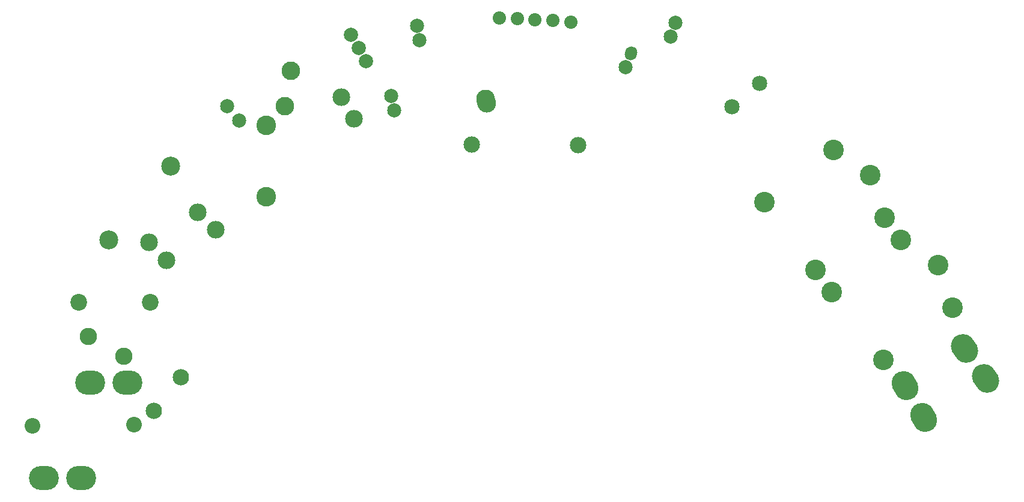
<source format=gts>
G04 Layer: TopSolderMaskLayer*
G04 EasyEDA Pro v1.9.29.eba1c1, 2023-03-01 16:56:33*
G04 Gerber Generator version 0.3*
G04 Scale: 100 percent, Rotated: No, Reflected: No*
G04 Dimensions in millimeters*
G04 Leading zeros omitted, absolute positions, 3 integers and 3 decimals*
%FSLAX33Y33*%
%MOMM*%
%AMOval*1,1,$1,$2,$3*1,1,$1,$4,$5*20,1,$1,$2,$3,$4,$5,0*%
%ADD10C,2.155419*%
%ADD11C,1.992295*%
%ADD12Oval,1.7032X0.049438X0.13583X-0.049438X-0.13583*%
%ADD13C,2.616126*%
%ADD14C,2.616121*%
%ADD15C,2.494443*%
%ADD16C,2.364791*%
%ADD17C,2.443584*%
%ADD18Oval,3.383201X0.409999X0.0X-0.409999X0.0*%
%ADD19Oval,3.383201X-0.205X0.35507X0.205X-0.35507*%
%ADD20Oval,3.383201X-0.235166X0.335852X0.235166X-0.335852*%
%ADD21C,2.669113*%
%ADD22C,2.669108*%
%ADD23C,2.303201*%
%ADD24C,2.770309*%
%ADD25C,1.99229*%
%ADD26C,2.008139*%
%ADD27C,2.008134*%
%ADD28C,2.322652*%
%ADD29C,2.203201*%
%ADD30C,1.876184*%
%ADD31C,1.876189*%
%ADD32C,2.639273*%
%ADD33C,2.8956*%
G75*


G04 Pad Start*
G54D10*
G01X710878Y611623D03*
G01X707015Y608275D03*
G54D11*
G01X699103Y620140D03*
G01X698392Y618189D03*
G54D12*
G01X692766Y615870D03*
G54D11*
G01X692055Y613919D03*
G01X663027Y617720D03*
G01X662666Y619765D03*
G01X659043Y609862D03*
G01X659404Y607817D03*
G54D13*
G01X644003Y608356D03*
G54D14*
G01X644897Y613428D03*
G54D15*
G01X652012Y609628D03*
G01X653766Y606590D03*
G01X631779Y593418D03*
G01X634259Y590937D03*
G01X624896Y589147D03*
G01X627376Y586667D03*
G54D16*
G01X625098Y580689D03*
G01X615001Y580737D03*
G54D17*
G01X616338Y575875D03*
G01X621351Y573054D03*
G54D18*
G01X616627Y569341D03*
G01X621822Y569341D03*
G01X610105Y555892D03*
G01X615300Y555892D03*
G54D19*
G01X734004Y564428D03*
G01X731407Y568927D03*
G54D20*
G01X742791Y569925D03*
G01X739811Y574180D03*
G54D21*
G01X627948Y599898D03*
G54D22*
G01X619202Y589543D03*
G54D23*
G01X625560Y565361D03*
G01X629378Y570124D03*
G54D24*
G01X641413Y595607D03*
G01X641440Y605679D03*
G54D25*
G01X637623Y606330D03*
G01X635910Y608372D03*
G54D26*
G01X653368Y618434D03*
G54D27*
G01X654426Y616602D03*
G54D26*
G01X655483Y614770D03*
G54D28*
G01X685342Y602848D03*
G01X670320Y602959D03*
G54D29*
G01X622799Y563409D03*
G01X608435Y563292D03*
G54D30*
G01X684360Y620277D03*
G54D31*
G01X681832Y620478D03*
G01X679253Y620595D03*
G01X676759Y620762D03*
G01X674281Y620796D03*
G54D32*
G01X672371Y609108D03*
G01X672280Y609446D03*
G01X672456Y608790D03*
G54D33*
G01X721096Y582178D03*
G01X736047Y585933D03*
G01X738061Y579937D03*
G01X730839Y589521D03*
G01X728317Y572596D03*
G01X711571Y594878D03*
G01X726522Y598633D03*
G01X728536Y592637D03*
G01X721314Y602221D03*
G01X718792Y585296D03*
G04 Pad End*

M02*

</source>
